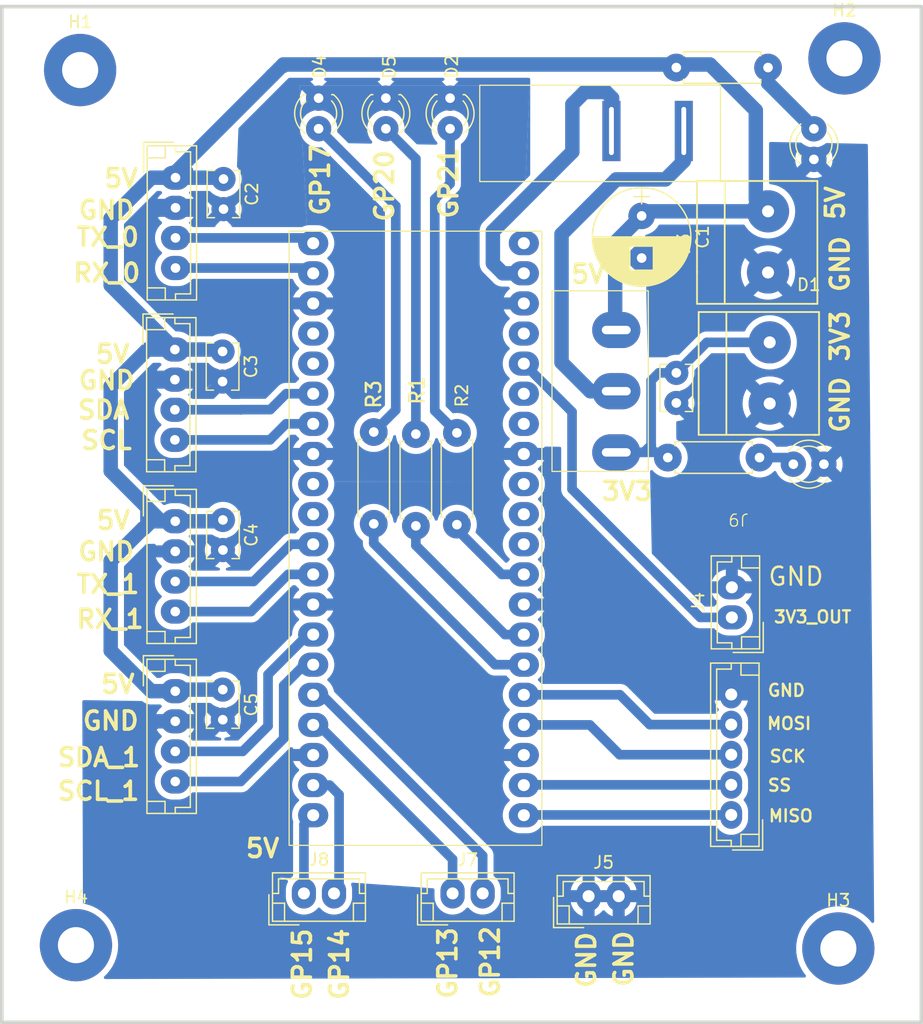
<source format=kicad_pcb>
(kicad_pcb (version 20221018) (generator pcbnew)
  (layers (0 "F.Cu" signal) (31 "B.Cu" signal) (34 "B.Paste" user) (35 "F.Paste" user) (36 "B.SilkS" user "B.Silkscreen") (37 "F.SilkS" user "F.Silkscreen") (38 "B.Mask" user) (39 "F.Mask" user) (44 "Edge.Cuts" user))
  (net 0 "")
  (net 1 "/5V")
  (net 2 "Net-(D1-A)")
  (net 3 "/D")
  (net 4 "/L")
  (net 5 "/E")
  (net 6 "/UART0_RX")
  (net 7 "/UART0_TX")
  (net 8 "/SDA")
  (net 9 "/SCL")
  (net 10 "/3V3_OUT")
  (net 11 "/GP22")
  (net 12 "/GP21")
  (net 13 "/GP20")
  (net 14 "/MOSI")
  (net 15 "/SCK")
  (net 16 "/SS")
  (net 17 "/MISO")
  (net 18 "/GP13")
  (net 19 "/GP12")
  (net 20 "/GP15")
  (net 21 "/GP14")
  (net 22 "/I2C0_2")
  (net 23 "/I2C1_1")
  (net 24 "/I2C1_2")
  (net 29 "/I2C0_1")
  (net 37 "/5Vin")
  (net 38 "/3V3")
  (net 39 "Net-(D3-A)")
  (net 40 "GND")
  (net 41 "/5vin")
  (footprint "MY_LIB:LED_D3.0mm" (layer "F.Cu") (at 182.95 94.15 180)
    (fp_text reference "D1" (at 1.26 14.9) (layer "F.SilkS"))
    (fp_text value "LED")
    (pad "1" thru_hole circle (at 0 0 180) (size 2.1 2.1) (drill 0.8) (layers "*.Cu" "*.Mask") (net 40 "GND"))
    (pad "2" thru_hole circle (at 2.54 0 180) (size 2.1 2.1) (drill 0.8) (layers "*.Cu" "*.Mask") (net 2 "Net-(D1-A)"))
  )
  (footprint "MY_LIB:Connector_Bornier_2" (layer "F.Cu") (at 178.446 89.114 90)
    (fp_text reference "J13" hide)
    (fp_text value "Conn_01x02_Pin" hide)
    (pad "1" thru_hole circle (at 0 0 90) (size 3.5 3.5) (drill 1) (layers "*.Cu" "*.Mask") (net 40 "GND"))
    (pad "2" thru_hole circle (at 5.08 0 90) (size 3.5 3.5) (drill 1) (layers "*.Cu" "*.Mask") (net 38 "/3V3"))
  )
  (footprint "MY_LIB:LED_D3.0mm" (layer "F.Cu") (at 146.558 63.754 -90)
    (fp_text reference "D5" (at -2.564 -0.292 90) (layer "F.SilkS"))
    (fp_text value "LED")
    (pad "1" thru_hole circle (at 0 0 270) (size 2.1 2.1) (drill 0.8) (layers "*.Cu" "*.Mask") (net 40 "GND"))
    (pad "2" thru_hole circle (at 2.54 0 270) (size 2.1 2.1) (drill 0.8) (layers "*.Cu" "*.Mask") (net 3 "/D"))
  )
  (footprint "MY_LIB:Resistor_small" (layer "F.Cu") (at 149.05 91.65 -90)
    (fp_text reference "R5" hide)
    (fp_text value "R" hide)
    (pad "1" thru_hole circle (at 0 0 270) (size 2.3 2.3) (drill 0.8) (layers "*.Cu" "*.Mask") (net 3 "/D"))
    (pad "2" thru_hole circle (at 7.62 0 270) (size 2.3 2.3) (drill 0.8) (layers "*.Cu" "*.Mask") (net 12 "/GP21"))
  )
  (footprint "MountingHole:MountingHole_3mm_Pad" (layer "F.Cu") (at 184.15 134.366)
    (fp_text reference "H3" (at 0 -4) (layer "F.SilkS"))
    (fp_text value "MountingHole")
    (pad "1" thru_hole circle (at 0 0) (size 6 6) (drill 3) (layers "*.Cu" "*.Mask"))
  )
  (footprint "MY_LIB:Capacitor_Disc_Small" (layer "F.Cu") (at 133.07 70.47 -90)
    (fp_text reference "C2" (at 1.25 -2.36 -90) (layer "F.SilkS"))
    (fp_text value "C")
    (pad "1" thru_hole circle (at 0 0 270) (size 2 2) (drill 0.8) (layers "*.Cu" "*.Mask") (net 1 "/5V"))
    (pad "2" thru_hole circle (at 2.5 0 270) (size 2 2) (drill 0.8) (layers "*.Cu" "*.Mask") (net 40 "GND"))
  )
  (footprint "MY_LIB:Resistor_small" (layer "F.Cu") (at 178.308 61.214 180)
    (fp_text reference "R3" hide)
    (fp_text value "R")
    (pad "1" thru_hole circle (at 0 0 180) (size 2.3 2.3) (drill 0.8) (layers "*.Cu" "*.Mask") (net 39 "Net-(D3-A)"))
    (pad "2" thru_hole circle (at 7.62 0 180) (size 2.3 2.3) (drill 0.8) (layers "*.Cu" "*.Mask") (net 1 "/5V"))
  )
  (footprint "MY_LIB:Resistor_small" (layer "F.Cu") (at 152.46 91.55 -90)
    (fp_text reference "R2" (at -3.1 -0.41 90) (layer "F.SilkS"))
    (fp_text value "R" hide)
    (pad "1" thru_hole circle (at 0 0 270) (size 2.3 2.3) (drill 0.8) (layers "*.Cu" "*.Mask") (net 4 "/L"))
    (pad "2" thru_hole circle (at 7.62 0 270) (size 2.3 2.3) (drill 0.8) (layers "*.Cu" "*.Mask") (net 11 "/GP22"))
  )
  (footprint "MountingHole:MountingHole_3mm_Pad" (layer "F.Cu") (at 121.158 61.42)
    (fp_text reference "H1" (at 0 -4) (layer "F.SilkS"))
    (fp_text value "MountingHole")
    (pad "1" thru_hole circle (at 0 0) (size 6 6) (drill 3) (layers "*.Cu" "*.Mask"))
  )
  (footprint "Connector_JST:JST_EH_B2B-EH-A_1x02_P2.50mm_Vertical" (layer "F.Cu") (at 175.3 106.875 90)
    (fp_text reference "J4" (at 1.25 -2.8 90) (layer "F.SilkS"))
    (fp_text value "Conn_01x02_Pin" hide)
    (pad "1" thru_hole oval (at 0 0 90) (size 2 2.5) (drill oval 1) (layers "*.Cu" "*.Mask") (net 10 "/3V3_OUT"))
    (pad "2" thru_hole oval (at 2.5 0 90) (size 2 2.5) (drill 1) (layers "*.Cu" "*.Mask") (net 40 "GND"))
  )
  (footprint "MY_LIB:Capacitor_Disc_Small" (layer "F.Cu") (at 133.02 98.78 -90)
    (fp_text reference "C4" (at 1.25 -2.36 -90) (layer "F.SilkS"))
    (fp_text value "C")
    (pad "1" thru_hole circle (at 0 0 270) (size 2 2) (drill 0.8) (layers "*.Cu" "*.Mask") (net 1 "/5V"))
    (pad "2" thru_hole circle (at 2.5 0 270) (size 2 2) (drill 0.8) (layers "*.Cu" "*.Mask") (net 40 "GND"))
  )
  (footprint "MY_LIB:Resistor_small" (layer "F.Cu") (at 145.55 91.48 -90)
    (fp_text reference "R4" hide)
    (fp_text value "R")
    (pad "1" thru_hole circle (at 0 0 270) (size 2.3 2.3) (drill 0.8) (layers "*.Cu" "*.Mask") (net 5 "/E"))
    (pad "2" thru_hole circle (at 7.62 0 270) (size 2.3 2.3) (drill 0.8) (layers "*.Cu" "*.Mask") (net 13 "/GP20"))
  )
  (footprint "MountingHole:MountingHole_3mm_Pad" (layer "F.Cu") (at 184.658 60.452)
    (fp_text reference "H2" (at 0 -4) (layer "F.SilkS"))
    (fp_text value "MountingHole")
    (pad "1" thru_hole circle (at 0 0) (size 6 6) (drill 3) (layers "*.Cu" "*.Mask"))
  )
  (footprint "Connector_JST:JST_EH_B2B-EH-A_1x02_P2.50mm_Vertical" (layer "F.Cu") (at 152.1 129.794)
    (fp_text reference "J7" (at 1.25 -2.8) (layer "F.SilkS"))
    (fp_text value "Conn_01x02_Pin" hide)
    (pad "1" thru_hole oval (at 0 0) (size 2 2.5) (drill 1) (layers "*.Cu" "*.Mask") (net 18 "/GP13"))
    (pad "2" thru_hole oval (at 2.5 0) (size 2 2.5) (drill 1) (layers "*.Cu" "*.Mask") (net 19 "/GP12"))
  )
  (footprint "SWITCH:SWITCH" (layer "F.Cu") (at 175.86 98.25 180)
    (fp_text reference "J9" (at 0 -0.5 180 unlocked) (layer "F.SilkS") (effects (font (thickness 0.1))))
    (fp_text value "Conn_01x03_Pin")
    (pad "1" thru_hole oval (at 10.16 5.08 180) (size 4 3) (drill oval 2.4 0.7) (layers "*.Cu" "*.Mask") (net 38 "/3V3"))
    (pad "2" thru_hole oval (at 10.16 10.16 180) (size 4 3) (drill oval 2.4 0.7) (layers "*.Cu" "*.Mask") (net 37 "/5Vin"))
    (pad "3" thru_hole oval (at 10.16 15.24 180) (size 4 3) (drill oval 2.4 0.7) (layers "*.Cu" "*.Mask") (net 1 "/5V"))
  )
  (footprint "MY_LIB:LED_D3.0mm" (layer "F.Cu") (at 151.892 63.754 -90)
    (fp_text reference "D2" (at -2.614 -0.138 90) (layer "F.SilkS"))
    (fp_text value "LED")
    (pad "1" thru_hole circle (at 0 0 270) (size 2.1 2.1) (drill 0.8) (layers "*.Cu" "*.Mask") (net 40 "GND"))
    (pad "2" thru_hole circle (at 2.54 0 270) (size 2.1 2.1) (drill 0.8) (layers "*.Cu" "*.Mask") (net 4 "/L"))
  )
  (footprint "MY_LIB:LED_D3.0mm" (layer "F.Cu") (at 182.118 68.839 90)
    (fp_text reference "D3" hide)
    (fp_text value "LED" hide)
    (pad "1" thru_hole circle (at 0 0 90) (size 2.1 2.1) (drill 0.8) (layers "*.Cu" "*.Mask") (net 40 "GND"))
    (pad "2" thru_hole circle (at 2.54 0 90) (size 2.1 2.1) (drill 0.8) (layers "*.Cu" "*.Mask") (net 39 "Net-(D3-A)"))
  )
  (footprint "Connector_JST:JST_EH_B2B-EH-A_1x02_P2.50mm_Vertical" (layer "F.Cu") (at 139.75 129.794)
    (fp_text reference "J8" (at 1.25 -2.8) (layer "F.SilkS"))
    (fp_text value "Conn_01x02_Pin" hide)
    (pad "1" thru_hole oval (at 0 0) (size 2 2.5) (drill 1) (layers "*.Cu" "*.Mask") (net 20 "/GP15"))
    (pad "2" thru_hole oval (at 2.5 0) (size 2 2.5) (drill 1) (layers "*.Cu" "*.Mask") (net 21 "/GP14"))
  )
  (footprint "MY_LIB:Capacitor_Disc_Small" (layer "F.Cu") (at 170.688 89.066 90)
    (fp_text reference "C6" hide)
    (fp_text value "C_Polarized_US" hide)
    (pad "1" thru_hole circle (at 0 0 90) (size 2 2) (drill 0.8) (layers "*.Cu" "*.Mask") (net 40 "GND"))
    (pad "2" thru_hole circle (at 2.5 0 90) (size 2 2) (drill 0.8) (layers "*.Cu" "*.Mask") (net 38 "/3V3"))
  )
  (footprint "MY_LIB:jst_4" (layer "F.Cu") (at 129.06 98.89 -90)
    (fp_text reference "J11" hide)
    (fp_text value "Conn_01x04_Pin" hide)
    (pad "1" thru_hole oval (at 0 0 270) (size 2 2.4) (drill 0.8) (layers "*.Cu" "*.Mask") (net 1 "/5V"))
    (pad "2" thru_hole oval (at 2.5 0 270) (size 2 2.4) (drill 0.8) (layers "*.Cu" "*.Mask") (net 40 "GND"))
    (pad "3" thru_hole oval (at 5 0 270) (size 2 2.4) (drill 0.8) (layers "*.Cu" "*.Mask") (net 29 "/I2C0_1"))
    (pad "4" thru_hole oval (at 7.5 0 270) (size 2 2.4) (drill 0.8) (layers "*.Cu" "*.Mask") (net 22 "/I2C0_2"))
  )
  (footprint "Connector_JST:JST_EH_B5B-EH-A_1x05_P2.50mm_Vertical" (layer "F.Cu") (at 175.25 123.275 90)
    (fp_text reference "J15" hide)
    (fp_text value "Conn_01x05_Pin" hide)
    (pad "1" thru_hole oval (at 0 0 90) (size 2.3 1.8) (drill 1) (layers "*.Cu" "*.Mask") (net 17 "/MISO"))
    (pad "2" thru_hole oval (at 2.5 0 90) (size 2.3 1.8) (drill 1) (layers "*.Cu" "*.Mask") (net 16 "/SS"))
    (pad "3" thru_hole oval (at 5 0 90) (size 2.3 1.8) (drill 1) (layers "*.Cu" "*.Mask") (net 15 "/SCK"))
    (pad "4" thru_hole oval (at 7.5 0 90) (size 2.3 1.8) (drill 1) (layers "*.Cu" "*.Mask") (net 14 "/MOSI"))
    (pad "5" thru_hole oval (at 10 0 90) (size 2.3 1.8) (drill 1) (layers "*.Cu" "*.Mask") (net 40 "GND"))
  )
  (footprint "MY_LIB:jst_4" (layer "F.Cu") (at 129.08 70.36 -90)
    (fp_text reference "J1" hide)
    (fp_text value "Conn_01x04_Pin" hide)
    (pad "1" thru_hole oval (at 0 0 270) (size 2 2.4) (drill 0.8) (layers "*.Cu" "*.Mask") (net 1 "/5V"))
    (pad "2" thru_hole oval (at 2.5 0 270) (size 2 2.4) (drill 0.8) (layers "*.Cu" "*.Mask") (net 40 "GND"))
    (pad "3" thru_hole oval (at 5 0 270) (size 2 2.4) (drill 0.8) (layers "*.Cu" "*.Mask") (net 7 "/UART0_TX"))
    (pad "4" thru_hole oval (at 7.5 0 270) (size 2 2.4) (drill 0.8) (layers "*.Cu" "*.Mask") (net 6 "/UART0_RX"))
  )
  (footprint "MY_LIB:Resistor_small" (layer "F.Cu") (at 177.6 93.6 180)
    (fp_text reference "R1" hide)
    (fp_text value "R" hide)
    (pad "1" thru_hole circle (at 0 0 180) (size 2.3 2.3) (drill 0.8) (layers "*.Cu" "*.Mask") (net 2 "Net-(D1-A)"))
    (pad "2" thru_hole circle (at 7.62 0 180) (size 2.3 2.3) (drill 0.8) (layers "*.Cu" "*.Mask") (net 38 "/3V3"))
  )
  (footprint "KD1-101F_small_switch:KD1-101F_small" (layer "F.Cu") (at 178.308 71.882 -90)
    (fp_text reference "J6" hide)
    (fp_text value "Conn_01x02_Pin")
    (pad "1" thru_hole rect (at -5.4 13.01 270) (size 5 1.5) (drill oval 4 0.4) (layers "*.Cu" "*.Mask") (net 41 "/5vin"))
    (pad "2" thru_hole rect (at -5.4 7 270) (size 5 1.5) (drill oval 4 0.4) (layers "*.Cu" "*.Mask") (net 37 "/5Vin"))
  )
  (footprint "RC_pi_pico:pi_pico" (layer "F.Cu") (at 133.02 70.8)
    (fp_text reference "U1" hide)
    (fp_text value "~")
    (pad "1" thru_hole oval (at 7.5 5) (size 2.5 2) (drill oval 1) (layers "*.Cu" "*.Mask") (net 7 "/UART0_TX"))
    (pad "2" thru_hole oval (at 7.5 7.5) (size 2.5 2) (drill oval 1) (layers "*.Cu" "*.Mask") (net 6 "/UART0_RX"))
    (pad "3" thru_hole oval (at 7.5 10) (size 2.5 2) (drill oval 1) (layers "*.Cu" "*.Mask") (net 40 "GND"))
    (pad "4" thru_hole oval (at 7.5 12.5) (size 2.5 2) (drill oval 1) (layers "*.Cu" "*.Mask"))
    (pad "5" thru_hole oval (at 7.5 15) (size 2.5 2) (drill oval 1) (layers "*.Cu" "*.Mask"))
    (pad "6" thru_hole oval (at 7.5 17.5) (size 2.5 2) (drill oval 1) (layers "*.Cu" "*.Mask") (net 8 "/SDA"))
    (pad "7" thru_hole oval (at 7.5 20) (size 2.5 2) (drill oval 1) (layers "*.Cu" "*.Mask") (net 9 "/SCL"))
    (pad "8" thru_hole oval (at 7.5 22.5) (size 2.5 2) (drill oval 1) (layers "*.Cu" "*.Mask") (net 40 "GND"))
    (pad "9" thru_hole oval (at 7.5 25) (size 2.5 2) (drill oval 1) (layers "*.Cu" "*.Mask"))
    (pad "10" thru_hole oval (at 7.5 27.5) (size 2.5 2) (drill oval 1) (layers "*.Cu" "*.Mask"))
    (pad "11" thru_hole oval (at 7.5 30) (size 2.5 2) (drill oval 1) (layers "*.Cu" "*.Mask") (net 29 "/I2C0_1"))
    (pad "12" thru_hole oval (at 7.5 32.5) (size 2.5 2) (drill oval 1) (layers "*.Cu" "*.Mask") (net 22 "/I2C0_2"))
    (pad "13" thru_hole oval (at 7.5 35) (size 2.5 2) (drill oval 1) (layers "*.Cu" "*.Mask") (net 40 "GND"))
    (pad "14" thru_hole oval (at 7.5 37.5) (size 2.5 2) (drill oval 1) (layers "*.Cu" "*.Mask") (net 23 "/I2C1_1"))
    (pad "15" thru_hole oval (at 7.5 40) (size 2.5 2) (drill oval 1) (layers "*.Cu" "*.Mask") (net 24 "/I2C1_2"))
    (pad "16" thru_hole oval (at 7.5 42.5) (size 2.5 2) (drill oval 1) (layers "*.Cu" "*.Mask") (net 19 "/GP12"))
    (pad "17" thru_hole oval (at 7.5 45) (size 2.5 2) (drill oval 1) (layers "*.Cu" "*.Mask") (net 18 "/GP13"))
    (pad "18" thru_hole oval (at 7.5 47.5) (size 2.5 2) (drill oval 1) (layers "*.Cu" "*.Mask") (net 40 "GND"))
    (pad "19" thru_hole oval (at 7.5 50) (size 2.5 2) (drill oval 1) (layers "*.Cu" "*.Mask") (net 21 "/GP14"))
    (pad "20" thru_hole oval (at 7.5 52.5) (size 2.5 2) (drill oval 1) (layers "*.Cu" "*.Mask") (net 20 "/GP15"))
    (pad "21" thru_hole oval (at 25 52.5) (size 2.5 2) (drill oval 1) (layers "*.Cu" "*.Mask") (net 17 "/MISO"))
    (pad "22" thru_hole oval (at 25 50) (size 2.5 2) (drill oval 1) (layers "*.Cu" "*.Mask") (net 16 "/SS"))
    (pad "23" thru_hole oval (at 25 47.5) (size 2.5 2) (drill oval 1) (layers "*.Cu" "*.Mask") (net 40 "GND"))
    (pad "24" thru_hole oval (at 25 45) (size 2.5 2) (drill oval 1) (layers "*.Cu" "*.Mask") (net 15 "/SCK"))
    (pad "25" thru_hole oval (at 25 42.5) (size 2.5 2) (drill oval 1) (layers "*.Cu" "*.Mask") (net 14 "/MOSI"))
    (pad "26" thru_hole oval (at 25 40) (size 2.5 2) (drill oval 1) (layers "*.Cu" "*.Mask") (net 13 "/GP20"))
    (pad "27" thru_hole oval (at 25 37.5) (size 2.5 2) (drill oval 1) (layers "*.Cu" "*.Mask") (net 12 "/GP21"))
    (pad "28" thru_hole oval (at 25 35) (size 2.5 2) (drill oval 1) (layers "*.Cu" "*.Mask") (net 40 "GND"))
    (pad "29" thru_hole oval (at 25 32.5) (size 2.5 2) (drill oval 1) (layers "*.Cu" "*.Mask") (net 11 "/GP22"))
    (pad "30" thru_hole oval (at 25 30) (size 2.5 2) (drill oval 1) (layers "*.Cu" "*.Mask"))
    (pad "31" thru_hole oval (at 25 27.5) (size 2.5 2) (drill oval 1) (layers "*.Cu" "*.Mask"))
    (pad "32" thru_hole oval (at 25 25) (size 2.5 2) (drill oval 1) (layers "*.Cu" "*.Mask"))
    (pad "33" thru_hole oval (at 25 22.5) (size 2.5 2) (drill oval 1) (layers "*.Cu" "*.Mask") (net 40 "GND"))
    (pad "34" thru_hole oval (at 25 20) (size 2.5 2) (drill oval 1) (layers "*.Cu" "*.Mask"))
    (pad "35" thru_hole oval (at 25 17.5) (size 2.5 2) (drill oval 1) (layers "*.Cu" "*.Mask"))
    (pad "36" thru_hole oval (at 25 15) (size 2.5 2) (drill oval 1) (layers "*.Cu" "*.Mask") (net 10 "/3V3_OUT"))
    (pad "37" thru_hole oval (at 25 12.5) (size 2.5 2) (drill oval 1) (layers "*.Cu" "*.Mask"))
    (pad "38" thru_hole oval (at 25 10) (size 2.5 2) (drill oval 1) (layers "*.Cu" "*.Mask") (net 40 "GND"))
    (pad "39" thru_hole oval (at 25 7.5) (size 2.5 2) (drill oval 1) (layers "*.Cu" "*.Mask") (net 41 "/5vin"))
    (pad "40" thru_hole oval (at 25 5) (size 2.5 2) (drill oval 1) (layers "*.Cu" "*.Mask"))
  )
  (footprint "MY_LIB:jst_4" (layer "F.Cu") (at 129.06 113 -90)
    (fp_text reference "J12" hide)
    (fp_text value "Conn_01x04_Pin" hide)
    (pad "1" thru_hole oval (at 0 0 270) (size 2 2.4) (drill 0.8) (layers "*.Cu" "*.Mask") (net 1 "/5V"))
    (pad "2" thru_hole oval (at 2.5 0 270) (size 2 2.4) (drill 0.8) (layers "*.Cu" "*.Mask") (net 40 "GND"))
    (pad "3" thru_hole oval (at 5 0 270) (size 2 2.4) (drill 0.8) (layers "*.Cu" "*.Mask") (net 23 "/I2C1_1"))
    (pad "4" thru_hole oval (at 7.5 0 270) (size 2 2.4) (drill 0.8) (layers "*.Cu" "*.Mask") (net 24 "/I2C1_2"))
  )
  (footprint "MY_LIB:jst_4" (layer "F.Cu") (at 129.03 84.63 -90)
    (fp_text reference "J2" hide)
    (fp_text value "Conn_01x04_Pin" hide)
    (pad "1" thru_hole oval (at 0 0 270) (size 2 2.4) (drill 0.8) (layers "*.Cu" "*.Mask") (net 1 "/5V"))
    (pad "2" thru_hole oval (at 2.5 0 270) (size 2 2.4) (drill 0.8) (layers "*.Cu" "*.Mask") (net 40 "GND"))
    (pad "3" thru_hole oval (at 5 0 270) (size 2 2.4) (drill 0.8) (layers "*.Cu" "*.Mask") (net 8 "/SDA"))
    (pad "4" thru_hole oval (at 7.5 0 270) (size 2 2.4) (drill 0.8) (layers "*.Cu" "*.Mask") (net 9 "/SCL"))
  )
  (footprint "MY_LIB:Capacitor_100uF" (layer "F.Cu") (at 167.808 73.532 -90)
    (fp_text reference "C1" (at 1.75 -5.06 -90) (layer "F.SilkS"))
    (fp_text value "C_Polarized_US" hide)
    (pad "1" thru_hole circle (at 0 0 270) (size 2.2 2.2) (drill 0.8) (layers "*.Cu" "*.Mask") (net 1 "/5V"))
    (pad "2" thru_hole circle (at 3.5 0 270) (size 2.2 2.2) (drill 0.8) (layers "*.Cu" "*.Mask") (net 40 "GND"))
  )
  (footprint "Connector_JST:JST_EH_B2B-EH-A_1x02_P2.50mm_Vertical" (layer "F.Cu") (at 163.4 130.02)
    (fp_text reference "J5" (at 1.25 -2.8) (layer "F.SilkS"))
    (fp_text value "Conn_01x02_Pin" hide)
    (pad "1" thru_hole oval (at 0 0) (size 2 2.5) (drill 1) (layers "*.Cu" "*.Mask") (net 40 "GND"))
    (pad "2" thru_hole oval (at 2.5 0) (size 2 2.5) (drill 1) (layers "*.Cu" "*.Mask") (net 40 "GND"))
  )
  (footprint "MY_LIB:Capacitor_Disc_Small" (layer "F.Cu") (at 133.01 112.87 -90)
    (fp_text reference "C5" (at 1.25 -2.36 -90) (layer "F.SilkS"))
    (fp_text value "C")
    (pad "1" thru_hole circle (at 0 0 270) (size 2 2) (drill 0.8) (layers "*.Cu" "*.Mask") (net 1 "/5V"))
    (pad "2" thru_hole circle (at 2.5 0 270) (size 2 2) (drill 0.8) (layers "*.Cu" "*.Mask") (net 40 "GND"))
  )
  (footprint "MY_LIB:LED_D3.0mm" (layer "F.Cu") (at 140.97 63.754 -90)
    (fp_text reference "D4" (at -2.614 -0.09 90) (layer "F.SilkS"))
    (fp_text value "LED")
    (pad "1" thru_hole circle (at 0 0 270) (size 2.1 2.1) (drill 0.8) (layers "*.Cu" "*.Mask") (net 40 "GND"))
    (pad "2" thru_hole circle (at 2.54 0 270) (size 2.1 2.1) (drill 0.8) (layers "*.Cu" "*.Mask") (net 5 "/E"))
  )
  (footprint "MY_LIB:Connector_Bornier_2" (layer "F.Cu") (at 178.308 78.232 90)
    (fp_text reference "J3" (at 2.4 -7 90) (layer "F.SilkS"))
    (fp_text value "Conn_01x02_Pin" hide)
    (pad "1" thru_hole circle (at 0 0 90) (size 3.5 3.5) (drill 1) (layers "*.Cu" "*.Mask") (net 40 "GND"))
    (pad "2" thru_hole circle (at 5.08 0 90) (size 3.5 3.5) (drill 1) (layers "*.Cu" "*.Mask") (net 1 "/5V"))
  )
  (footprint "MY_LIB:Capacitor_Disc_Small" (layer "F.Cu") (at 132.99 84.79 -90)
    (fp_text reference "C3" (at 1.25 -2.36 -90) (layer "F.SilkS"))
    (fp_text value "C")
    (pad "1" thru_hole circle (at 0 0 270) (size 2 2) (drill 0.8) (layers "*.Cu" "*.Mask") (net 1 "/5V"))
    (pad "2" thru_hole circle (at 2.5 0 270) (size 2 2) (drill 0.8) (layers "*.Cu" "*.Mask") (net 40 "GND"))
  )
  (footprint "MountingHole:MountingHole_3mm_Pad" (layer "F.Cu") (at 120.81 134.09)
    (fp_text reference "H4" (at 0 -4) (layer "F.SilkS"))
    (fp_text value "MountingHole")
    (pad "1" thru_hole circle (at 0 0) (size 6 6) (drill 3) (layers "*.Cu" "*.Mask"))
  )
  (gr_rect (start 114.65 56.15) (end 191.05 140.5) (stroke (width 0.3)) (fill none) (layer "Edge.Cuts"))
  (gr_text "GP20" (at 147.32 74.168 90) (layer "F.SilkS") (effects (font (size 1.5 1.5) (thickness 0.3) bold) (justify left bottom)))
  (gr_text "TX_1\n" (at 120.7 105) (layer "F.SilkS") (effects (font (size 1.5 1.5) (thickness 0.3) bold) (justify left bottom)))
  (gr_text "SS\n" (at 178.18 121.4) (layer "F.SilkS") (effects (font (size 1 1) (thickness 0.2) bold) (justify left bottom)))
  (gr_text "5V" (at 134.76 126.93) (layer "F.SilkS") (effects (font (size 1.5 1.5) (thickness 0.3) bold) (justify left bottom)))
  (gr_text "5V\n" (at 184.766 74.01 90) (layer "F.SilkS") (effects (font (size 1.5 1.5) (thickness 0.3) bold) (justify left bottom)))
  (gr_text "GND" (at 185.166 91.694 90) (layer "F.SilkS") (effects (font (size 1.5 1.5) (thickness 0.3) bold) (justify left bottom)))
  (gr_text "RX_0\n" (at 120.425 79.15) (layer "F.SilkS") (effects (font (size 1.5 1.5) (thickness 0.3) bold) (justify left bottom)))
  (gr_text "GND" (at 164.1 137.8 90) (layer "F.SilkS") (effects (font (size 1.5 1.5) (thickness 0.3) bold) (justify left bottom)))
  (gr_text "GND\n" (at 120.875 88.075) (layer "F.SilkS") (effects (font (size 1.5 1.5) (thickness 0.3) bold) (justify left bottom)))
  (gr_text "5V\n" (at 123 71.31) (layer "F.SilkS") (effects (font (size 1.5 1.5) (thickness 0.3) bold) (justify left bottom)))
  (gr_text "5V" (at 161.798 79.248) (layer "F.SilkS") (effects (font (size 1.5 1.5) (thickness 0.3) bold) (justify left bottom)))
  (gr_text "GND" (at 167.2 137.7 90) (layer "F.SilkS") (effects (font (size 1.5 1.5) (thickness 0.3) bold) (justify left bottom)))
  (gr_text "TX_0\n" (at 120.675 76.175) (layer "F.SilkS") (effects (font (size 1.5 1.5) (thickness 0.3) bold) (justify left bottom)))
  (gr_text "RX_1" (at 120.7 107.9) (layer "F.SilkS") (effects (font (size 1.5 1.5) (thickness 0.3) bold) (justify left bottom)))
  (gr_text "GND\n" (at 120.87 73.93) (layer "F.SilkS") (effects (font (size 1.5 1.5) (thickness 0.3) bold) (justify left bottom)))
  (gr_text "SCK\n" (at 178.33 118.99) (layer "F.SilkS") (effects (font (size 1 1) (thickness 0.2) bold) (justify left bottom)))
  (gr_text "GP13\n\n\n" (at 157.4 138.7 90) (layer "F.SilkS") (effects (font (size 1.5 1.5) (thickness 0.3) bold) (justify left bottom)))
  (gr_text "R1\n" (at 149.85 89.33 90) (layer "F.SilkS") (effects (font (size 1.2 1.2) (thickness 0.2) bold) (justify left bottom)))
  (gr_text "GND" (at 178.21 104.35) (layer "F.SilkS") (effects (font (size 1.5 1.5) (thickness 0.2) bold) (justify left bottom)))
  (gr_text "GND" (at 178.18 113.52) (layer "F.SilkS") (effects (font (size 1 1) (thickness 0.2) bold) (justify left bottom)))
  (gr_text "GP21\n" (at 152.654 73.914 90) (layer "F.SilkS") (effects (font (size 1.5 1.5) (thickness 0.3) bold) (justify left bottom)))
  (gr_text "GND\n" (at 121.22 116.34) (layer "F.SilkS") (effects (font (size 1.5 1.5) (thickness 0.3) bold) (justify left bottom)))
  (gr_text "GP15\n\n" (at 142.9 138.8 90) (layer "F.SilkS") (effects (font (size 1.5 1.5) (thickness 0.3) bold) (justify left bottom)))
  (gr_text "MISO" (at 178.26 123.94) (layer "F.SilkS") (effects (font (size 1 1) (thickness 0.2) bold) (justify left bottom)))
  (gr_text "SCL\n" (at 121.075 93.05) (layer "F.SilkS") (effects (font (size 1.5 1.5) (thickness 0.3) bold) (justify left bottom)))
  (gr_text "5V\n" (at 122.3 85.89) (layer "F.SilkS") (effects (font (size 1.5 1.5) (thickness 0.3) bold) (justify left bottom)))
  (gr_text "GND" (at 185.166 80.01 90) (layer "F.SilkS") (effects (font (size 1.5 1.5) (thickness 0.3) bold) (justify left bottom)))
  (gr_text "SDA\n" (at 120.8 90.525) (layer "F.SilkS") (effects (font (size 1.5 1.5) (thickness 0.3) bold) (justify left bottom)))
  (gr_text "R3\n\n" (at 148.18 89.65 90) (layer "F.SilkS") (effects (font (size 1.2 1.2) (thickness 0.2) bold) (justify left bottom)))
  (gr_text "3V3_OUT" (at 178.69 107.42) (layer "F.SilkS") (effects (font (size 1 1) (thickness 0.2) bold) (justify left bottom)))
  (gr_text "GP14\n\n\n" (at 148.4 138.8 90) (layer "F.SilkS") (effects (font (size 1.5 1.5) (thickness 0.3) bold) (justify left bottom)))
  (gr_text "GND\n" (at 120.84 102.29) (layer "F.SilkS") (effects (font (size 1.5 1.5) (thickness 0.3) bold) (justify left bottom)))
  (gr_text "GP12\n" (at 156.1 138.6 90) (layer "F.SilkS") (effects (font (size 1.5 1.5) (thickness 0.3) bold) (justify left bottom)))
  (gr_text "3V3\n" (at 185.166 85.784 90) (layer "F.SilkS") (effects (font (size 1.5 1.5) (thickness 0.3) bold) (justify left bottom)))
  (gr_text "MOSI\n" (at 178.12 116.27) (layer "F.SilkS") (effects (font (size 1 1) (thickness 0.2) bold) (justify left bottom)))
  (gr_text "5V\n" (at 122.74 113.3) (layer "F.SilkS") (effects (font (size 1.5 1.5) (thickness 0.3) bold) (justify left bottom)))
  (gr_text "SCL_1" (at 119.126 122.174) (layer "F.SilkS") (effects (font (size 1.5 1.5) (thickness 0.3) bold) (justify left bottom)))
  (gr_text "SDA_1\n" (at 119.126 119.38) (layer "F.SilkS") (effects (font (size 1.5 1.5) (thickness 0.3) bold) (justify left bottom)))
  (gr_text "3V3" (at 164.338 97.282) (layer "F.SilkS") (effects (font (size 1.5 1.5) (thickness 0.3) bold) (justify left bottom)))
  (gr_text "GP17" (at 141.986 73.66 90) (layer "F.SilkS") (effects (font (size 1.5 1.5) (thickness 0.3) bold) (justify left bottom)))
  (gr_text "5V\n" (at 122.36 99.7) (layer "F.SilkS") (effects (font (size 1.5 1.5) (thickness 0.3) bold) (justify left bottom)))
  (segment (start 127.38 113) (end 127.06 113) (width 0.8) (layer "B.Cu") (net 1))
  (segment (start 123.698 94.718) (end 126.545 97.565) (width 1.2) (layer "B.Cu") (net 1))
  (segment (start 130.16 69.78) (end 130 69.78) (width 0.8) (layer "B.Cu") (net 1))
  (segment (start 127.8 83.4) (end 129.03 84.63) (width 1.2) (layer "B.Cu") (net 1))
  (segment (start 132.96 70.36) (end 133.07 70.47) (width 1.2) (layer "B.Cu") (net 1))
  (segment (start 126.74 84.63) (end 123.698 87.672) (width 1.2) (layer "B.Cu") (net 1))
  (segment (start 123.698 109.638) (end 124.886 110.826) (width 1.2) (layer "B.Cu") (net 1))
  (segment (start 129.06 98.89) (end 127.06 98.89) (width 1.2) (layer "B.Cu") (net 1))
  (segment (start 123.698 87.672) (end 123.698 94.718) (width 1.2) (layer "B.Cu") (net 1))
  (segment (start 165.608 75.732) (end 165.608 81.428) (width 1.2) (layer "B.Cu") (net 1))
  (segment (start 126.545 97.565) (end 126.545 99.405) (width 0.8) (layer "B.Cu") (net 1))
  (segment (start 123.698 102.172) (end 123.698 109.638) (width 1.2) (layer "B.Cu") (net 1))
  (segment (start 126.395 99.475) (end 123.698 102.172) (width 1.2) (layer "B.Cu") (net 1))
  (segment (start 133.01 112.87) (end 129.53 112.87) (width 0.8) (layer "B.Cu") (net 1))
  (segment (start 132.83 84.63) (end 132.99 84.79) (width 1.2) (layer "B.Cu") (net 1))
  (segment (start 130.41 70.36) (end 129.98 69.93) (width 0.8) (layer "B.Cu") (net 1))
  (segment (start 123.698 73.742) (end 123.698 79.298) (width 1.2) (layer "B.Cu") (net 1))
  (segment (start 168.188 73.152) (end 167.808 73.532) (width 1.2) (layer "B.Cu") (net 1))
  (segment (start 126.925 82.525) (end 127.8 83.4) (width 1.2) (layer "B.Cu") (net 1))
  (segment (start 129.03 84.63) (end 126.74 84.63) (width 1.2) (layer "B.Cu") (net 1))
  (segment (start 127.06 98.89) (end 126.475 99.475) (width 1.2) (layer "B.Cu") (net 1))
  (segment (start 127.08 70.36) (end 123.698 73.742) (width 1.2) (layer "B.Cu") (net 1))
  (segment (start 177.292 72.136) (end 178.308 73.152) (width 1.2) (layer "B.Cu") (net 1))
  (segment (start 126.545 99.405) (end 126.475 99.475) (width 0.8) (layer "B.Cu") (net 1))
  (segment (start 126.475 99.475) (end 126.395 99.475) (width 1.2) (layer "B.Cu") (net 1))
  (segment (start 126.545 97.565) (end 127.87 98.89) (width 1.2) (layer "B.Cu") (net 1))
  (segment (start 130 69.78) (end 129.85 69.93) (width 0.8) (layer "B.Cu") (net 1))
  (segment (start 178.308 73.152) (end 168.188 73.152) (width 1.2) (layer "B.Cu") (net 1))
  (segment (start 127.87 98.89) (end 129.06 98.89) (width 1.2) (layer "B.Cu") (net 1))
  (segment (start 129.08 69.92) (end 137.092 61.908) (width 1.2) (layer "B.Cu") (net 1))
  (segment (start 126.925 82.525) (end 127.145 82.745) (width 0.8) (layer "B.Cu") (net 1))
  (segment (start 126.74 84.63) (end 126.74 84.46) (width 0.8) (layer "B.Cu") (net 1))
  (segment (start 177.292 64.77) (end 177.292 72.136) (width 1.2) (layer "B.Cu") (net 1))
  (segment (start 129.98 69.93) (end 129.85 69.93) (width 0.8) (layer "B.Cu") (net 1))
  (segment (start 132.91 98.89) (end 133.02 98.78) (width 1.2) (layer "B.Cu") (net 1))
  (segment (start 130.41 70.36) (end 132.96 70.36) (width 1.2) (layer "B.Cu") (net 1))
  (segment (start 129.19 112.87) (end 129.06 113) (width 1.2) (layer "B.Cu") (net 1))
  (segment (start 129.06 98.89) (end 132.91 98.89) (width 1.2) (layer "B.Cu") (net 1))
  (segment (start 124.886 110.826) (end 127.06 113) (width 1.2) (layer "B.Cu") (net 1))
  (segment (start 138.04 60.96) (end 138.04 61.078) (width 1.2) (layer "B.Cu") (net 1))
  (segment (start 173.482 60.96) (end 177.292 64.77) (width 1.2) (layer "B.Cu") (net 1))
  (segment (start 126.74 84.46) (end 127.145 84.055) (width 0.8) (layer "B.Cu") (net 1))
  (segment (start 129.06 113) (end 127.06 113) (width 1.2) (layer "B.Cu") (net 1))
  (segment (start 129.08 70.36) (end 129.08 69.92) (width 1.2) (layer "B.Cu") (net 1))
  (segment (start 127.145 82.745) (end 127.145 84.055) (width 0.8) (layer "B.Cu") (net 1))
  (segment (start 167.808 73.532) (end 165.608 75.732) (width 1.2) (layer "B.Cu") (net 1))
  (segment (start 123.698 79.298) (end 126.925 82.525) (width 1.2) (layer "B.Cu") (net 1))
  (segment (start 129.08 70.36) (end 127.08 70.36) (width 1.2) (layer "B.Cu") (net 1))
  (segment (start 129.08 70.36) (end 130.41 70.36) (width 1.2) (layer "B.Cu") (net 1))
  (segment (start 127.145 84.055) (end 127.8 83.4) (width 0.8) (layer "B.Cu") (net 1))
  (segment (start 133.01 112.87) (end 129.19 112.87) (width 1.2) (layer "B.Cu") (net 1))
  (segment (start 137.092 61.908) (end 138.04 60.96) (width 1.2) (layer "B.Cu") (net 1))
  (segment (start 137.092 61.908) (end 137.151 61.849) (width 1.2) (layer "B.Cu") (net 1))
  (segment (start 129.03 84.63) (end 132.83 84.63) (width 1.2) (layer "B.Cu") (net 1))
  (segment (start 138.04 60.96) (end 173.482 60.96) (width 1.2) (layer "B.Cu") (net 1))
  (segment (start 177.6 93.6) (end 179.86 93.6) (width 0.8) (layer "B.Cu") (net 2))
  (segment (start 179.86 93.6) (end 180.41 94.15) (width 0.8) (layer "B.Cu") (net 2))
  (segment (start 149.05 91.65) (end 148.89 91.49) (width 0.8) (layer "B.Cu") (net 3))
  (segment (start 149.05 68.786) (end 146.558 66.294) (width 0.8) (layer "B.Cu") (net 3))
  (segment (start 149.05 91.65) (end 149.05 68.786) (width 0.8) (layer "B.Cu") (net 3))
  (segment (start 150.62 89.71) (end 150.62 72.13) (width 0.8) (layer "B.Cu") (net 4))
  (segment (start 152.46 91.55) (end 150.62 89.71) (width 0.8) (layer "B.Cu") (net 4))
  (segment (start 151.892 70.858) (end 151.892 66.294) (width 0.8) (layer "B.Cu") (net 4))
  (segment (start 150.62 72.13) (end 151.892 70.858) (width 0.8) (layer "B.Cu") (net 4))
  (segment (start 145.55 91.48) (end 147.38 89.65) (width 0.8) (layer "B.Cu") (net 5))
  (segment (start 147.38 72.704) (end 140.97 66.294) (width 0.8) (layer "B.Cu") (net 5))
  (segment (start 145.55 91.48) (end 145.5 91.43) (width 0.8) (layer "B.Cu") (net 5))
  (segment (start 147.38 89.65) (end 147.38 72.704) (width 0.8) (layer "B.Cu") (net 5))
  (segment (start 140.08 77.86) (end 140.52 78.3) (width 0.8) (layer "B.Cu") (net 6))
  (segment (start 129.08 77.86) (end 140.08 77.86) (width 0.8) (layer "B.Cu") (net 6))
  (segment (start 140.08 75.36) (end 140.52 75.8) (width 0.8) (layer "B.Cu") (net 7))
  (segment (start 129.08 75.36) (end 140.08 75.36) (width 0.8) (layer "B.Cu") (net 7))
  (segment (start 134.52 89.63) (end 134.53 89.62) (width 0.8) (layer "B.Cu") (net 8))
  (segment (start 129.03 89.63) (end 134.52 89.63) (width 0.8) (layer "B.Cu") (net 8))
  (segment (start 136.95 89.62) (end 138.27 88.3) (width 0.8) (layer "B.Cu") (net 8))
  (segment (start 134.53 89.62) (end 136.95 89.62) (width 0.8) (layer "B.Cu") (net 8))
  (segment (start 138.27 88.3) (end 140.52 88.3) (width 0.8) (layer "B.Cu") (net 8))
  (segment (start 138.26 90.8) (end 140.52 90.8) (width 0.8) (layer "B.Cu") (net 9))
  (segment (start 129.03 92.13) (end 136.93 92.13) (width 0.8) (layer "B.Cu") (net 9))
  (segment (start 136.93 92.13) (end 138.26 90.8) (width 0.8) (layer "B.Cu") (net 9))
  (segment (start 158.02 85.8) (end 162.025 89.805) (width 0.8) (layer "B.Cu") (net 10))
  (segment (start 162.025 89.805) (end 162.025 96.225) (width 0.8) (layer "B.Cu") (net 10))
  (segment (start 172.675 106.875) (end 175.3 106.875) (width 0.8) (layer "B.Cu") (net 10))
  (segment (start 162.025 96.225) (end 172.675 106.875) (width 0.8) (layer "B.Cu") (net 10))
  (segment (start 152.46 99.57) (end 156.19 103.3) (width 0.8) (layer "B.Cu") (net 11))
  (segment (start 156.19 103.3) (end 158.02 103.3) (width 0.8) (layer "B.Cu") (net 11))
  (segment (start 152.46 99.17) (end 152.46 99.57) (width 0.8) (layer "B.Cu") (net 11))
  (segment (start 149.05 99.27) (end 149.05 100.896345) (width 0.8) (layer "B.Cu") (net 12))
  (segment (start 156.453655 108.3) (end 158.02 108.3) (width 0.8) (layer "B.Cu") (net 12))
  (segment (start 149.05 100.896345) (end 156.453655 108.3) (width 0.8) (layer "B.Cu") (net 12))
  (segment (start 145.55 99.1) (end 145.55 100.726345) (width 0.8) (layer "B.Cu") (net 13))
  (segment (start 145.55 100.726345) (end 155.623655 110.8) (width 0.8) (layer "B.Cu") (net 13))
  (segment (start 155.623655 110.8) (end 158.02 110.8) (width 0.8) (layer "B.Cu") (net 13))
  (segment (start 168.482006 115.775) (end 166.007006 113.3) (width 0.8) (layer "B.Cu") (net 14))
  (segment (start 166.007006 113.3) (end 158.02 113.3) (width 0.8) (layer "B.Cu") (net 14))
  (segment (start 175.25 115.775) (end 168.482006 115.775) (width 0.8) (layer "B.Cu") (net 14))
  (segment (start 165.982006 118.275) (end 163.507006 115.8) (width 0.8) (layer "B.Cu") (net 15))
  (segment (start 163.507006 115.8) (end 158.02 115.8) (width 0.8) (layer "B.Cu") (net 15))
  (segment (start 175.25 118.275) (end 165.982006 118.275) (width 0.8) (layer "B.Cu") (net 15))
  (segment (start 158.045 120.775) (end 158.02 120.8) (width 0.8) (layer "B.Cu") (net 16))
  (segment (start 175.25 120.775) (end 158.045 120.775) (width 0.8) (layer "B.Cu") (net 16))
  (segment (start 158.02 120.8) (end 158.29 120.53) (width 0.8) (layer "B.Cu") (net 16))
  (segment (start 175.25 123.275) (end 158.045 123.275) (width 0.8) (layer "B.Cu") (net 17))
  (segment (start 158.045 123.275) (end 158.02 123.3) (width 0.8) (layer "B.Cu") (net 17))
  (segment (start 140.957006 115.8) (end 142.67 117.512994) (width 0.8) (layer "B.Cu") (net 18))
  (segment (start 140.52 115.8) (end 140.957006 115.8) (width 0.8) (layer "B.Cu") (net 18))
  (segment (start 142.67 117.524) (end 152.1 126.954) (width 0.8) (layer "B.Cu") (net 18))
  (segment (start 152.1 126.954) (end 152.1 129.794) (width 0.8) (layer "B.Cu") (net 18))
  (segment (start 142.67 117.512994) (end 142.67 117.524) (width 0.8) (layer "B.Cu") (net 18))
  (segment (start 140.52 113.3) (end 141.24 113.3) (width 0.8) (layer "B.Cu") (net 19))
  (segment (start 141.24 113.3) (end 154.6 126.66) (width 0.8) (layer "B.Cu") (net 19))
  (segment (start 154.6 126.66) (end 154.6 129.794) (width 0.8) (layer "B.Cu") (net 19))
  (segment (start 139.75 124.07) (end 139.75 129.794) (width 0.8) (layer "B.Cu") (net 20))
  (segment (start 140.52 123.3) (end 139.75 124.07) (width 0.8) (layer "B.Cu") (net 20))
  (segment (start 140.52 120.8) (end 141.882 120.8) (width 0.8) (layer "B.Cu") (net 21))
  (segment (start 142.67 129.374) (end 142.25 129.794) (width 0.8) (layer "B.Cu") (net 21))
  (segment (start 142.67 121.588) (end 142.67 129.374) (width 0.8) (layer "B.Cu") (net 21))
  (segment (start 141.882 120.8) (end 142.67 121.588) (width 0.8) (layer "B.Cu") (net 21))
  (segment (start 129.06 106.39) (end 135.35 106.39) (width 0.8) (layer "B.Cu") (net 22))
  (segment (start 135.35 106.39) (end 138.44 103.3) (width 0.8) (layer "B.Cu") (net 22))
  (segment (start 138.44 103.3) (end 140.52 103.3) (width 0.8) (layer "B.Cu") (net 22))
  (segment (start 134.661522 118) (end 136.77 115.891522) (width 0.8) (layer "B.Cu") (net 23))
  (segment (start 136.77 111.612994) (end 140.082994 108.3) (width 0.8) (layer "B.Cu") (net 23))
  (segment (start 140.082994 108.3) (end 140.52 108.3) (width 0.8) (layer "B.Cu") (net 23))
  (segment (start 136.77 115.891522) (end 136.77 111.612994) (width 0.8) (layer "B.Cu") (net 23))
  (segment (start 129.06 118) (end 134.661522 118) (width 0.8) (layer "B.Cu") (net 23))
  (segment (start 134.5 120.5) (end 138.07 116.93) (width 0.8) (layer "B.Cu") (net 24))
  (segment (start 139.8 110.8) (end 140.52 110.8) (width 0.8) (layer "B.Cu") (net 24))
  (segment (start 138.07 112.53) (end 139.8 110.8) (width 0.8) (layer "B.Cu") (net 24))
  (segment (start 129.06 120.5) (end 134.5 120.5) (width 0.8) (layer "B.Cu") (net 24))
  (segment (start 138.07 116.93) (end 138.07 112.53) (width 0.8) (layer "B.Cu") (net 24))
  (segment (start 135.57 103.89) (end 138.66 100.8) (width 0.8) (layer "B.Cu") (net 29))
  (segment (start 129.06 103.89) (end 135.57 103.89) (width 0.8) (layer "B.Cu") (net 29))
  (segment (start 138.66 100.8) (end 140.52 100.8) (width 0.8) (layer "B.Cu") (net 29))
  (segment (start 169.784 70.5) (end 165.7 70.5) (width 1.2) (layer "B.Cu") (net 37))
  (segment (start 163.54 88.09) (end 165.7 88.09) (width 1.2) (layer "B.Cu") (net 37))
  (segment (start 171.308 66.482) (end 171.308 68.976) (width 1.2) (layer "B.Cu") (net 37))
  (segment (start 171.308 68.976) (end 169.784 70.5) (width 1.2) (layer "B.Cu") (net 37))
  (segment (start 165.7 70.5) (end 161.15 75.05) (width 1.2) (layer "B.Cu") (net 37))
  (segment (start 161.15 75.05) (end 161.15 85.7) (width 1.2) (layer "B.Cu") (net 37))
  (segment (start 161.15 85.7) (end 163.54 88.09) (width 1.2) (layer "B.Cu") (net 37))
  (segment (start 166.324292 87.224292) (end 166.15 87.05) (width 0.8) (layer "B.Cu") (net 37))
  (segment (start 173.22 84.034) (end 170.688 86.566) (width 0.8) (layer "B.Cu") (net 38))
  (segment (start 168.91 93.17) (end 169.55 93.17) (width 0.8) (layer "B.Cu") (net 38))
  (segment (start 169.55 93.17) (end 169.98 93.6) (width 0.8) (layer "B.Cu") (net 38))
  (segment (start 168.6 87.2) (end 168.6 92.56) (width 0.8) (layer "B.Cu") (net 38))
  (segment (start 170.688 86.566) (end 169.234 86.566) (width 0.8) (layer "B.Cu") (net 38))
  (segment (start 168.6 92.86) (end 168.91 93.17) (width 0.8) (layer "B.Cu") (net 38))
  (segment (start 178.446 84.034) (end 173.22 84.034) (width 0.8) (layer "B.Cu") (net 38))
  (segment (start 168.6 92.56) (end 168.6 92.86) (width 0.8) (layer "B.Cu") (net 38))
  (segment (start 169.234 86.566) (end 168.6 87.2) (width 0.8) (layer "B.Cu") (net 38))
  (segment (start 168.6 92.56) (end 167.99 93.17) (width 0.8) (layer "B.Cu") (net 38))
  (segment (start 167.99 93.17) (end 165.7 93.17) (width 0.8) (layer "B.Cu") (net 38))
  (segment (start 165.7 93.17) (end 168.91 93.17) (width 0.8) (layer "B.Cu") (net 38))
  (segment (start 178.308 62.489) (end 182.118 66.299) (width 1.2) (layer "B.Cu") (net 39))
  (segment (start 178.308 61.214) (end 178.308 62.489) (width 1.2) (layer "B.Cu") (net 39))
  (segment (start 136.85 85.876548) (end 136.85 85.69) (width 1.5) (layer "B.Cu") (net 40))
  (segment (start 129.06 115.5) (end 127.38 115.5) (width 1.2) (layer "B.Cu") (net 40))
  (segment (start 129.03 87.13) (end 131.37 87.13) (width 1.5) (layer "B.Cu") (net 40))
  (segment (start 129.08 72.86) (end 130.9 72.86) (width 1.5) (layer "B.Cu") (net 40))
  (segment (start 131.4 87.1) (end 131.37 87.13) (width 1.5) (layer "B.Cu") (net 40))
  (segment (start 129.03 87.13) (end 126.9 87.13) (width 1.5) (layer "B.Cu") (net 40))
  (segment (start 127.39 72.86) (end 126.545 73.705) (width 1.5) (layer "B.Cu") (net 40))
  (segment (start 129.06 115.5) (end 130.60868 115.5) (width 1.2) (layer "B.Cu") (net 40))
  (segment (start 126.29 87.74) (end 126.9 87.13) (width 1.5) (layer "B.Cu") (net 40))
  (segment (start 135.436548 87.29) (end 136.85 85.876548) (width 1.5) (layer "B.Cu") (net 40))
  (segment (start 132.99 87.29) (end 135.436548 87.29) (width 1.5) (layer "B.Cu") (net 40))
  (segment (start 129.08 72.86) (end 127.39 72.86) (width 1.5) (layer "B.Cu") (net 40))
  (segment (start 127.38 115.5) (end 126.28 116.6) (width 1.2) (layer "B.Cu") (net 40))
  (segment (start 130.9 72.86) (end 131.1 73.06) (width 1.5) (layer "B.Cu") (net 40))
  (segment (start 155.448 74.812) (end 162.052 68.208) (width 1.2) (layer "B.Cu") (net 41))
  (segment (start 158.17 78.45) (end 158.02 78.3) (width 1.2) (layer "B.Cu") (net 41))
  (segment (start 164.846 63.246) (end 165.354 63.754) (width 1.2) (layer "B.Cu") (net 41))
  (segment (start 158.02 78.3) (end 156.278 78.3) (width 1.2) (layer "B.Cu") (net 41))
  (segment (start 162.052 68.208) (end 162.052 64.262) (width 1.2) (layer "B.Cu") (net 41))
  (segment (start 165.354 63.754) (end 165.354 66.426) (width 1.2) (layer "B.Cu") (net 41))
  (segment (start 155.448 77.47) (end 155.448 74.812) (width 1.2) (layer "B.Cu") (net 41))
  (segment (start 165.354 66.426) (end 165.298 66.482) (width 1.2) (layer "B.Cu") (net 41))
  (segment (start 163.068 63.246) (end 164.846 63.246) (width 1.2) (layer "B.Cu") (net 41))
  (segment (start 162.052 64.262) (end 163.068 63.246) (width 1.2) (layer "B.Cu") (net 41))
  (segment (start 156.278 78.3) (end 155.448 77.47) (width 1.2) (layer "B.Cu") (net 41))
  (zone (net 0) (net_name "") (layer "B.Cu") (connect_pads (clearance 0)) (min_thickness 0.25)
    (keepout (tracks allowed) (vias allowed) (pads allowed) (copperpour not_allowed) (footprints allowed))
    (fill (thermal_gap 0.5) (thermal_bridge_width 0.5))
    (polygon (pts (xy 168 70.55) (xy 168.67 102.58) (xy 158.99 87.69)))
  )
  (zone (net 0) (net_name "") (layer "B.Cu") (connect_pads (clearance 0)) (min_thickness 0.25)
    (keepout (tracks allowed) (vias allowed) (pads allowed) (copperpour not_allowed) (footprints allowed))
    (fill (thermal_gap 0.5) (thermal_bridge_width 0.8))
    (polygon (pts (xy 155.27 102.95) (xy 155.36 107.47) (xy 159.03 106.73) (xy 155.27 102.94) (xy 155.28 102.94)))
  )
  (zone (net 0) (net_name "") (layer "B.Cu") (connect_pads (clearance 0)) (min_thickness 0.25)
    (keepout (tracks allowed) (vias allowed) (pads allowed) (copperpour not_allowed) (footprints allowed))
    (fill (thermal_gap 0.5) (thermal_bridge_width 1))
    (polygon (pts (xy 134.35 65.2) (xy 134.15 70.3) (xy 133.55 64.35)))
  )
  (zone (net 0) (net_name "") (layer "B.Cu") (connect_pads (clearance 0)) (min_thickness 0.25)
    (keepout (tracks allowed) (vias allowed) (pads allowed) (copperpour not_allowed) (footprints allowed))
    (fill (thermal_gap 0.5) (thermal_bridge_width 1))
    (polygon (pts (xy 143.132605 67.496461) (xy 152.432605 67.646461) (xy 146.532605 72.346461)))
  )
  (zone (net 0) (net_name "") (layer "B.Cu") (connect_pads (clearance 0)) (min_thickness 0.25)
    (keepout (tracks allowed) (vias allowed) (pads allowed) (copperpour not_allowed) (footprints allowed))
    (fill (thermal_gap 0.5) (thermal_bridge_width 0.5))
    (polygon (pts (xy 158.083248 114.414154) (xy 158.333248 122.814154) (xy 164.883248 118.414154)))
  )
  (zone (net 0) (net_name "") (layer "B.Cu") (connect_pads (clearance 0)) (min_thickness 0.25)
    (keepout (tracks allowed) (vias allowed) (pads allowed) (copperpour not_allowed) (footprints allowed))
    (fill (thermal_gap 0.5) (thermal_bridge_width 0.5))
    (polygon (pts (xy 128.99 100.71) (xy 124.16 100.84) (xy 128.29 99.47)))
  )
  (zone (net 40) (net_name "GND") (layer "B.Cu") (priority 1) (connect_pads (clearance 0.5)) (min_thickness 0.25) (fill yes (thermal_gap 0.5) (thermal_bridge_width 1))
    (polygon (pts (xy 157.12 95.59) (xy 141.166 95.61) (xy 139.368 62.692) (xy 158.502 62.692)))
  )
  (zone (net 0) (net_name "") (layer "B.Cu") (connect_pads (clearance 0)) (min_thickness 0.25)
    (keepout (tracks allowed) (vias allowed) (pads allowed) (copperpour not_allowed) (footprints allowed))
    (fill (thermal_gap 0.5) (thermal_bridge_width 0.5))
    (polygon (pts (xy 178.369252 67.387484) (xy 187.58 67.57) (xy 178.169252 61.737484) (xy 178.419252 67.387484) (xy 178.469252 67.387484)))
  )
  (zone (net 0) (net_name "") (layer "B.Cu") (connect_pads (clearance 0)) (min_thickness 0.25)
    (keepout (tracks allowed) (vias allowed) (pads allowed) (copperpour not_allowed) (footprints allowed))
    (fill (thermal_gap 0.5) (thermal_bridge_width 0.5))
    (polygon (pts (xy 170.81 85.27) (xy 167.67 85.28) (xy 170.13 86.83)))
  )
  (zone (net 0) (net_name "") (layer "B.Cu") (connect_pads (clearance 0)) (min_thickness 0.25)
    (keepout (tracks allowed) (vias allowed) (pads allowed) (copperpour not_allowed) (footprints allowed))
    (fill (thermal_gap 0.5) (thermal_bridge_width 0.5))
    (polygon (pts (xy 158.9 82.9) (xy 163.4 80.15) (xy 158.9 78.2)))
  )
  (zone (net 0) (net_name "") (layer "B.Cu") (connect_pads (clearance 0)) (min_thickness 0.25)
    (keepout (tracks allowed) (vias allowed) (pads allowed) (copperpour not_allowed) (footprints allowed))
    (fill (thermal_gap 0.5) (thermal_bridge_width 1))
    (polygon (pts (xy 137.15 117.65) (xy 139.9 117.65) (xy 137.95 116.6)))
  )
  (zone (net 0) (net_name "") (layer "B.Cu") (connect_pads (clearance 0)) (min_thickness 0.25)
    (keepout (tracks allowed) (vias allowed) (pads allowed) (copperpour not_allowed) (footprints allowed))
    (fill (thermal_gap 0.5) (thermal_bridge_width 0.5))
    (polygon (pts (xy 128.53 113.85) (xy 121.37 113.74) (xy 127.83 112.61)))
  )
  (zone (net 0) (net_name "") (layer "B.Cu") (connect_pads (clearance 0)) (min_thickness 0.25)
    (keepout (tracks allowed) (vias allowed) (pads allowed) (copperpour not_allowed) (footprints allowed))
    (fill (thermal_gap 0.5) (thermal_bridge_width 0.8))
    (polygon (pts (xy 152.7 129.1) (xy 151.52 129.44) (xy 137.7 128.47) (xy 142.84 130.09) (xy 143.59277 126.666483) (xy 145.45 118.22)))
  )
  (zone (net 0) (net_name "") (layer "B.Cu") (connect_pads (clearance 0)) (min_thickness 0.25)
    (keepout (tracks allowed) (vias allowed) (pads allowed) (copperpour not_allowed) (footprints allowed))
    (fill (thermal_gap 0.5) (thermal_bridge_width 0.5))
    (polygon (pts (xy 158.55 61.1) (xy 158.55 70.6) (xy 164.2 64.6)))
  )
  (zone (net 0) (net_name "") (layer "B.Cu") (connect_pads (clearance 0)) (min_thickness 0.25)
    (keepout (tracks allowed) (vias allowed) (pads allowed) (copperpour not_allowed) (footprints allowed))
    (fill (thermal_gap 0.5) (thermal_bridge_width 0.8))
    (polygon (pts (xy 158.5 92.67) (xy 162.52 92.72) (xy 158.99 87.69)))
  )
  (zone (net 0) (net_name "") (layer "B.Cu") (connect_pads (clearance 0)) (min_thickness 0.25)
    (keepout (tracks allowed) (vias allowed) (pads allowed) (copperpour not_allowed) (footprints allowed))
    (fill (thermal_gap 0.5) (thermal_bridge_width 0.5))
    (polygon (pts (xy 170.67 89.76) (xy 170.7 93.41) (xy 169.41 88.53) (xy 170.7 89.76)))
  )
  (zone (net 40) (net_name "GND") (layer "B.Cu") (connect_pads (clearance 0.5)) (min_thickness 0.25) (fill yes (thermal_gap 0.5) (thermal_bridge_width 1))
    (polygon (pts (xy 121.158 59.182) (xy 181.7 58.85) (xy 186.55 60.87) (xy 187.162 136.764) (xy 121.412 136.906)))
  )
)
</source>
